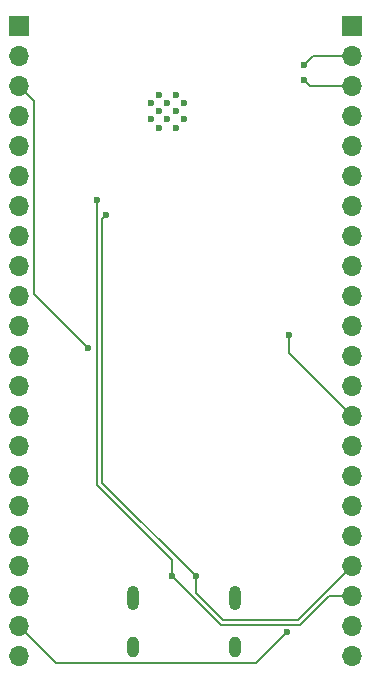
<source format=gbl>
G04 #@! TF.GenerationSoftware,KiCad,Pcbnew,8.0.3*
G04 #@! TF.CreationDate,2024-06-25T22:22:52-04:00*
G04 #@! TF.ProjectId,ESP32-S3-DevBoard,45535033-322d-4533-932d-446576426f61,rev?*
G04 #@! TF.SameCoordinates,Original*
G04 #@! TF.FileFunction,Copper,L4,Bot*
G04 #@! TF.FilePolarity,Positive*
%FSLAX46Y46*%
G04 Gerber Fmt 4.6, Leading zero omitted, Abs format (unit mm)*
G04 Created by KiCad (PCBNEW 8.0.3) date 2024-06-25 22:22:52*
%MOMM*%
%LPD*%
G01*
G04 APERTURE LIST*
G04 #@! TA.AperFunction,HeatsinkPad*
%ADD10C,0.600000*%
G04 #@! TD*
G04 #@! TA.AperFunction,ComponentPad*
%ADD11R,1.700000X1.700000*%
G04 #@! TD*
G04 #@! TA.AperFunction,ComponentPad*
%ADD12O,1.700000X1.700000*%
G04 #@! TD*
G04 #@! TA.AperFunction,ComponentPad*
%ADD13O,1.000000X1.800000*%
G04 #@! TD*
G04 #@! TA.AperFunction,ComponentPad*
%ADD14O,1.000000X2.100000*%
G04 #@! TD*
G04 #@! TA.AperFunction,ViaPad*
%ADD15C,0.600000*%
G04 #@! TD*
G04 #@! TA.AperFunction,Conductor*
%ADD16C,0.200000*%
G04 #@! TD*
G04 APERTURE END LIST*
D10*
X187700000Y-61396000D03*
X187700000Y-62796000D03*
X188400000Y-60696000D03*
X188400000Y-62096000D03*
X188400000Y-63496000D03*
X189100000Y-61396000D03*
X189100000Y-62796000D03*
X189800000Y-60696000D03*
X189800000Y-62096000D03*
X189800000Y-63496000D03*
X190500000Y-61396000D03*
X190500000Y-62796000D03*
D11*
X176530000Y-54864000D03*
D12*
X176530000Y-57404000D03*
X176530000Y-59944000D03*
X176530000Y-62484000D03*
X176530000Y-65024000D03*
X176530000Y-67564000D03*
X176530000Y-70104000D03*
X176530000Y-72644000D03*
X176530000Y-75184000D03*
X176530000Y-77724000D03*
X176530000Y-80264000D03*
X176530000Y-82804000D03*
X176530000Y-85344000D03*
X176530000Y-87884000D03*
X176530000Y-90424000D03*
X176530000Y-92964000D03*
X176530000Y-95504000D03*
X176530000Y-98044000D03*
X176530000Y-100584000D03*
X176530000Y-103124000D03*
X176530000Y-105664000D03*
X176530000Y-108204000D03*
D11*
X204724000Y-54864000D03*
D12*
X204724000Y-57404000D03*
X204724000Y-59944000D03*
X204724000Y-62484000D03*
X204724000Y-65024000D03*
X204724000Y-67564000D03*
X204724000Y-70104000D03*
X204724000Y-72644000D03*
X204724000Y-75184000D03*
X204724000Y-77724000D03*
X204724000Y-80264000D03*
X204724000Y-82804000D03*
X204724000Y-85344000D03*
X204724000Y-87884000D03*
X204724000Y-90424000D03*
X204724000Y-92964000D03*
X204724000Y-95504000D03*
X204724000Y-98044000D03*
X204724000Y-100584000D03*
X204724000Y-103124000D03*
X204724000Y-105664000D03*
X204724000Y-108204000D03*
D13*
X194820000Y-107501000D03*
D14*
X194820000Y-103321000D03*
D13*
X186180000Y-107501000D03*
D14*
X186180000Y-103321000D03*
D15*
X199390000Y-81026000D03*
X182372000Y-82169000D03*
X199236500Y-106235000D03*
X200660000Y-59436000D03*
X200660000Y-58166000D03*
X189484000Y-101473000D03*
X183134000Y-69596000D03*
X183896000Y-70885998D03*
X191516000Y-101473000D03*
D16*
X191516000Y-101473000D02*
X191516000Y-102901594D01*
X191516000Y-102901594D02*
X193799406Y-105185000D01*
X193799406Y-105185000D02*
X200123000Y-105185000D01*
X200123000Y-105185000D02*
X204724000Y-100584000D01*
X199390000Y-81026000D02*
X199390000Y-82550000D01*
X199390000Y-82550000D02*
X204724000Y-87884000D01*
X177800000Y-77597000D02*
X177800000Y-61214000D01*
X177800000Y-61214000D02*
X176530000Y-59944000D01*
X182372000Y-82169000D02*
X177800000Y-77597000D01*
X196632500Y-108839000D02*
X179705000Y-108839000D01*
X179705000Y-108839000D02*
X176530000Y-105664000D01*
X199236500Y-106235000D02*
X196632500Y-108839000D01*
X200660000Y-59436000D02*
X201168000Y-59944000D01*
X201168000Y-59944000D02*
X204724000Y-59944000D01*
X200660000Y-58166000D02*
X201422000Y-57404000D01*
X201422000Y-57404000D02*
X204724000Y-57404000D01*
X189484000Y-101473000D02*
X189484000Y-100077397D01*
X183134000Y-93727397D02*
X183134000Y-69596000D01*
X189484000Y-101473000D02*
X193646000Y-105635000D01*
X189484000Y-100077397D02*
X183134000Y-93727397D01*
X202820397Y-103124000D02*
X204724000Y-103124000D01*
X193646000Y-105635000D02*
X200309397Y-105635000D01*
X200309397Y-105635000D02*
X202820397Y-103124000D01*
X183584001Y-71197997D02*
X183896000Y-70885998D01*
X191516000Y-101473000D02*
X183584001Y-93541001D01*
X183584001Y-93541001D02*
X183584001Y-71197997D01*
M02*

</source>
